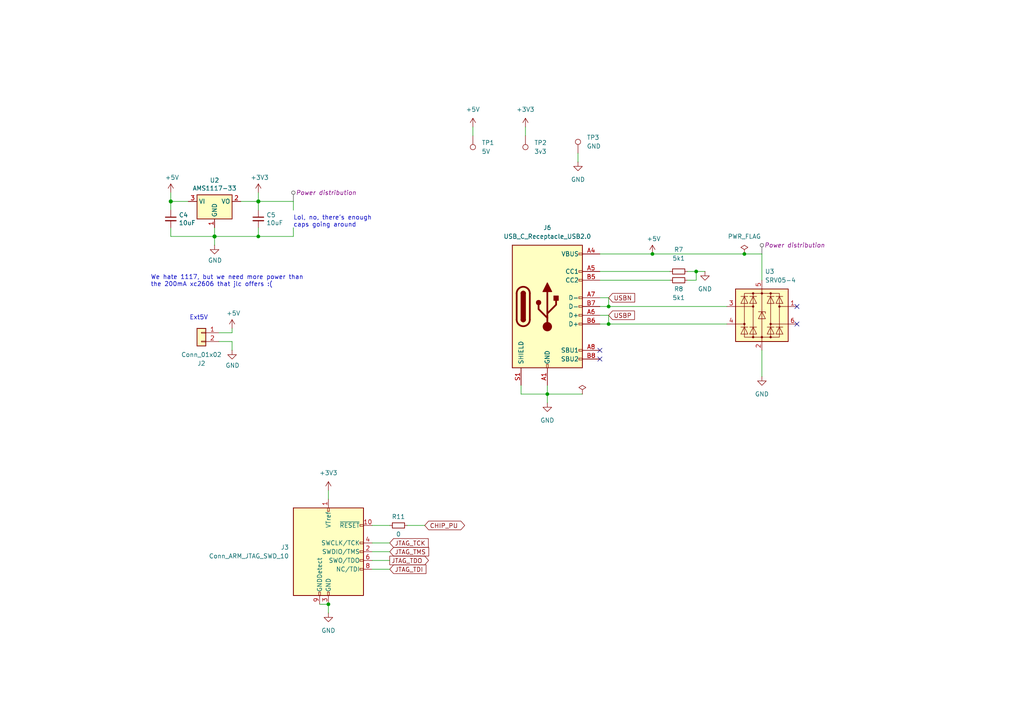
<source format=kicad_sch>
(kicad_sch (version 20231120) (generator "eeschema") (generator_version "8.0")
  (paper "A4")
  (lib_symbols
    (symbol "Connector:Conn_ARM_JTAG_SWD_10" (pin_names (offset 1.016))
      (property "Reference" "J" (at -2.54 16.51 0))
      (property "Value" "Conn_ARM_JTAG_SWD_10" (at -2.54 13.97 0))
      (symbol "Conn_ARM_JTAG_SWD_10_0_1"
        (rectangle (start -10.16 12.7) (end 10.16 -12.7) (stroke (width 0.254)) (fill (type background)))
        (rectangle (start -2.794 -12.7) (end -2.286 -11.684))
        (rectangle (start -0.254 -12.7) (end 0.254 -11.684))
        (rectangle (start -0.254 12.7) (end 0.254 11.684))
        (rectangle (start 9.144 2.286) (end 10.16 2.794))
        (rectangle (start 10.16 -2.794) (end 9.144 -2.286))
        (rectangle (start 10.16 -0.254) (end 9.144 0.254))
        (rectangle (start 10.16 7.874) (end 9.144 7.366))
      )
      (symbol "Conn_ARM_JTAG_SWD_10_1_1"
        (rectangle (start 9.144 -5.334) (end 10.16 -4.826))
        (pin power_in line (at 0 15.24 270) (length 2.54) (name "VTref") (number "1"))
        (pin open_collector line (at 12.7 7.62 180) (length 2.54) (name "~{RESET}") (number "10"))
        (pin bidirectional line (at 12.7 0 180) (length 2.54) (name "SWDIO/TMS") (number "2"))
        (pin power_in line (at 0 -15.24 90) (length 2.54) (name "GND") (number "3"))
        (pin output line (at 12.7 2.54 180) (length 2.54) (name "SWCLK/TCK") (number "4"))
        (pin passive line (at 0 -15.24 90) (length 2.54) hide (name "GND") (number "5"))
        (pin input line (at 12.7 -2.54 180) (length 2.54) (name "SWO/TDO") (number "6"))
        (pin no_connect line (at -10.16 0 0) (length 2.54) hide (name "KEY") (number "7"))
        (pin output line (at 12.7 -5.08 180) (length 2.54) (name "NC/TDI") (number "8"))
        (pin passive line (at -2.54 -15.24 90) (length 2.54) (name "GNDDetect") (number "9"))
      )
    )
    (symbol "Connector:TestPoint" (pin_numbers hide) (pin_names (offset 0.762) hide)
      (property "Reference" "TP" (at 0 6.858 0))
      (property "Value" "TestPoint" (at 0 5.08 0))
      (symbol "TestPoint_0_1"
        (circle (center 0 3.302) (radius 0.762))
      )
      (symbol "TestPoint_1_1"
        (pin passive line (at 0 0 90) (length 2.54) (name "1") (number "1"))
      )
    )
    (symbol "Connector:USB_C_Receptacle_USB2.0" (pin_names (offset 1.016))
      (property "Reference" "J" (at -10.16 19.05 0))
      (property "Value" "USB_C_Receptacle_USB2.0" (at 19.05 19.05 0))
      (symbol "USB_C_Receptacle_USB2.0_0_0"
        (rectangle (start -0.254 -17.78) (end 0.254 -16.764))
        (rectangle (start 10.16 -14.986) (end 9.144 -15.494))
        (rectangle (start 10.16 -12.446) (end 9.144 -12.954))
        (rectangle (start 10.16 -4.826) (end 9.144 -5.334))
        (rectangle (start 10.16 -2.286) (end 9.144 -2.794))
        (rectangle (start 10.16 0.254) (end 9.144 -0.254))
        (rectangle (start 10.16 2.794) (end 9.144 2.286))
        (rectangle (start 10.16 7.874) (end 9.144 7.366))
        (rectangle (start 10.16 10.414) (end 9.144 9.906))
        (rectangle (start 10.16 15.494) (end 9.144 14.986))
      )
      (symbol "USB_C_Receptacle_USB2.0_0_1"
        (rectangle (start -10.16 17.78) (end 10.16 -17.78) (stroke (width 0.254)) (fill (type background)))
        (arc (start -8.89 -3.81) (mid -6.985 -5.7067) (end -5.08 -3.81) (stroke (width 0.508)))
        (arc (start -7.62 -3.81) (mid -6.985 -4.4423) (end -6.35 -3.81) (stroke (width 0.254)))
        (arc (start -7.62 -3.81) (mid -6.985 -4.4423) (end -6.35 -3.81) (stroke (width 0.254)) (fill (type outline)))
        (rectangle (start -7.62 -3.81) (end -6.35 3.81) (stroke (width 0.254)) (fill (type outline)))
        (arc (start -6.35 3.81) (mid -6.985 4.4423) (end -7.62 3.81) (stroke (width 0.254)))
        (arc (start -6.35 3.81) (mid -6.985 4.4423) (end -7.62 3.81) (stroke (width 0.254)) (fill (type outline)))
        (arc (start -5.08 3.81) (mid -6.985 5.7067) (end -8.89 3.81) (stroke (width 0.508)))
        (circle (center -2.54 1.143) (radius 0.635) (stroke (width 0.254)) (fill (type outline)))
        (circle (center 0 -5.842) (radius 1.27) (fill (type outline)))
        (polyline (pts (xy -8.89 -3.81) (xy -8.89 3.81)) (stroke (width 0.508)))
        (polyline (pts (xy -5.08 3.81) (xy -5.08 -3.81)) (stroke (width 0.508)))
        (polyline (pts (xy 0 -5.842) (xy 0 4.318)) (stroke (width 0.508)))
        (polyline (pts (xy 0 -3.302) (xy -2.54 -0.762) (xy -2.54 0.508)) (stroke (width 0.508)))
        (polyline (pts (xy 0 -2.032) (xy 2.54 0.508) (xy 2.54 1.778)) (stroke (width 0.508)))
        (polyline (pts (xy -1.27 4.318) (xy 0 6.858) (xy 1.27 4.318) (xy -1.27 4.318)) (stroke (width 0.254)) (fill (type outline)))
        (rectangle (start 1.905 1.778) (end 3.175 3.048) (stroke (width 0.254)) (fill (type outline)))
      )
      (symbol "USB_C_Receptacle_USB2.0_1_1"
        (pin passive line (at 0 -22.86 90) (length 5.08) (name "GND") (number "A1"))
        (pin passive line (at 0 -22.86 90) (length 5.08) hide (name "GND") (number "A12"))
        (pin passive line (at 15.24 15.24 180) (length 5.08) (name "VBUS") (number "A4"))
        (pin bidirectional line (at 15.24 10.16 180) (length 5.08) (name "CC1") (number "A5"))
        (pin bidirectional line (at 15.24 -2.54 180) (length 5.08) (name "D+") (number "A6"))
        (pin bidirectional line (at 15.24 2.54 180) (length 5.08) (name "D-") (number "A7"))
        (pin bidirectional line (at 15.24 -12.7 180) (length 5.08) (name "SBU1") (number "A8"))
        (pin passive line (at 15.24 15.24 180) (length 5.08) hide (name "VBUS") (number "A9"))
        (pin passive line (at 0 -22.86 90) (length 5.08) hide (name "GND") (number "B1"))
        (pin passive line (at 0 -22.86 90) (length 5.08) hide (name "GND") (number "B12"))
        (pin passive line (at 15.24 15.24 180) (length 5.08) hide (name "VBUS") (number "B4"))
        (pin bidirectional line (at 15.24 7.62 180) (length 5.08) (name "CC2") (number "B5"))
        (pin bidirectional line (at 15.24 -5.08 180) (length 5.08) (name "D+") (number "B6"))
        (pin bidirectional line (at 15.24 0 180) (length 5.08) (name "D-") (number "B7"))
        (pin bidirectional line (at 15.24 -15.24 180) (length 5.08) (name "SBU2") (number "B8"))
        (pin passive line (at 15.24 15.24 180) (length 5.08) hide (name "VBUS") (number "B9"))
        (pin passive line (at -7.62 -22.86 90) (length 5.08) (name "SHIELD") (number "S1"))
      )
    )
    (symbol "Connector_Generic:Conn_01x02" (pin_names (offset 1.016) hide)
      (property "Reference" "J" (at 0 2.54 0))
      (property "Value" "Conn_01x02" (at 0 -5.08 0))
      (symbol "Conn_01x02_1_1"
        (rectangle (start -1.27 -2.413) (end 0 -2.667) (stroke (width 0.1524)))
        (rectangle (start -1.27 0.127) (end 0 -0.127) (stroke (width 0.1524)))
        (rectangle (start -1.27 1.27) (end 1.27 -3.81) (stroke (width 0.254)) (fill (type background)))
        (pin passive line (at -5.08 0 0) (length 3.81) (name "Pin_1") (number "1"))
        (pin passive line (at -5.08 -2.54 0) (length 3.81) (name "Pin_2") (number "2"))
      )
    )
    (symbol "Device:C_Small" (pin_numbers hide) (pin_names (offset 0.254) hide)
      (property "Reference" "C" (at 0.254 1.778 0))
      (property "Value" "C_Small" (at 0.254 -2.032 0))
      (symbol "C_Small_0_1"
        (polyline (pts (xy -1.524 -0.508) (xy 1.524 -0.508)) (stroke (width 0.3302)))
        (polyline (pts (xy -1.524 0.508) (xy 1.524 0.508)) (stroke (width 0.3048)))
      )
      (symbol "C_Small_1_1"
        (pin passive line (at 0 2.54 270) (length 2.032) (name "~") (number "1"))
        (pin passive line (at 0 -2.54 90) (length 2.032) (name "~") (number "2"))
      )
    )
    (symbol "Device:R_Small" (pin_numbers hide) (pin_names (offset 0.254) hide)
      (property "Reference" "R" (at 0.762 0.508 0))
      (property "Value" "R_Small" (at 0.762 -1.016 0))
      (symbol "R_Small_0_1"
        (rectangle (start -0.762 1.778) (end 0.762 -1.778) (stroke (width 0.2032)))
      )
      (symbol "R_Small_1_1"
        (pin passive line (at 0 2.54 270) (length 0.762) (name "~") (number "1"))
        (pin passive line (at 0 -2.54 90) (length 0.762) (name "~") (number "2"))
      )
    )
    (symbol "Regulator_Linear:AMS1117-3.3"
      (property "Reference" "U" (at -3.81 3.175 0))
      (property "Value" "AMS1117-3.3" (at 0 3.175 0))
      (symbol "AMS1117-3.3_0_1"
        (rectangle (start -5.08 -5.08) (end 5.08 1.905) (stroke (width 0.254)) (fill (type background)))
      )
      (symbol "AMS1117-3.3_1_1"
        (pin power_in line (at 0 -7.62 90) (length 2.54) (name "GND") (number "1"))
        (pin power_out line (at 7.62 0 180) (length 2.54) (name "VO") (number "2"))
        (pin power_in line (at -7.62 0 0) (length 2.54) (name "VI") (number "3"))
      )
    )
    (symbol "karl-parts:SRV05-4" (pin_names hide)
      (property "Reference" "U" (at 2.54 8.89 0))
      (property "Value" "SRV05-4" (at 2.54 -8.89 0))
      (symbol "SRV05-4_0_1"
        (rectangle (start -7.62 7.62) (end 7.62 -7.62) (stroke (width 0.254)) (fill (type background)))
        (circle (center -5.08 2.54) (radius 0.254) (fill (type outline)))
        (circle (center -2.54 -6.35) (radius 0.254) (fill (type outline)))
        (circle (center -2.54 -2.54) (radius 0.254) (fill (type outline)))
        (circle (center -2.54 6.35) (radius 0.254) (fill (type outline)))
        (rectangle (start -2.54 6.35) (end 2.54 -6.35))
        (circle (center 0 -6.35) (radius 0.254) (fill (type outline)))
        (polyline (pts (xy -5.08 2.54) (xy -7.62 2.54)))
        (polyline (pts (xy -4.064 -3.429) (xy -6.096 -3.429)))
        (polyline (pts (xy -4.064 5.461) (xy -6.096 5.461)))
        (polyline (pts (xy -2.54 -2.54) (xy -7.62 -2.54)))
        (polyline (pts (xy -1.524 -3.429) (xy -3.556 -3.429)))
        (polyline (pts (xy -1.524 5.461) (xy -3.556 5.461)))
        (polyline (pts (xy 0 -7.62) (xy 0 -6.35)))
        (polyline (pts (xy 0 -6.35) (xy 0 1.27)))
        (polyline (pts (xy 0 1.27) (xy 0 6.35)))
        (polyline (pts (xy 0 6.35) (xy 0 7.62)))
        (polyline (pts (xy 1.524 -3.429) (xy 3.556 -3.429)))
        (polyline (pts (xy 1.524 5.461) (xy 3.556 5.461)))
        (polyline (pts (xy 2.54 2.54) (xy 7.62 2.54)))
        (polyline (pts (xy 4.064 -3.429) (xy 6.096 -3.429)))
        (polyline (pts (xy 4.064 5.461) (xy 6.096 5.461)))
        (polyline (pts (xy 5.08 -2.54) (xy 7.62 -2.54)))
        (polyline (pts (xy -6.096 -5.461) (xy -4.064 -5.461) (xy -5.08 -3.429) (xy -6.096 -5.461)))
        (polyline (pts (xy -6.096 3.429) (xy -4.064 3.429) (xy -5.08 5.461) (xy -6.096 3.429)))
        (polyline (pts (xy -3.556 -5.461) (xy -1.524 -5.461) (xy -2.54 -3.429) (xy -3.556 -5.461)))
        (polyline (pts (xy -3.556 3.429) (xy -1.524 3.429) (xy -2.54 5.461) (xy -3.556 3.429)))
        (polyline (pts (xy -2.54 6.35) (xy -5.08 6.35) (xy -5.08 -6.35) (xy -2.54 -6.35)))
        (polyline (pts (xy -1.016 -1.016) (xy 1.016 -1.016) (xy 0 1.016) (xy -1.016 -1.016)))
        (polyline (pts (xy 1.016 1.016) (xy 0.762 1.016) (xy -1.016 1.016) (xy -1.016 0.508)))
        (polyline (pts (xy 2.54 6.35) (xy 5.08 6.35) (xy 5.08 -6.35) (xy 2.54 -6.35)))
        (polyline (pts (xy 3.556 -5.461) (xy 1.524 -5.461) (xy 2.54 -3.429) (xy 3.556 -5.461)))
        (polyline (pts (xy 3.556 3.429) (xy 1.524 3.429) (xy 2.54 5.461) (xy 3.556 3.429)))
        (polyline (pts (xy 6.096 -5.461) (xy 4.064 -5.461) (xy 5.08 -3.429) (xy 6.096 -5.461)))
        (polyline (pts (xy 6.096 3.429) (xy 4.064 3.429) (xy 5.08 5.461) (xy 6.096 3.429)))
        (circle (center 0 6.35) (radius 0.254) (fill (type outline)))
        (circle (center 2.54 -6.35) (radius 0.254) (fill (type outline)))
        (circle (center 2.54 2.54) (radius 0.254) (fill (type outline)))
        (circle (center 2.54 6.35) (radius 0.254) (fill (type outline)))
        (circle (center 5.08 -2.54) (radius 0.254) (fill (type outline)))
      )
      (symbol "SRV05-4_1_1"
        (pin passive line (at -10.16 2.54 0) (length 2.54) (name "I/O1") (number "1"))
        (pin passive line (at 0 -10.16 90) (length 2.54) (name "GND") (number "2"))
        (pin passive line (at 10.16 2.54 180) (length 2.54) (name "I/O2") (number "3"))
        (pin passive line (at 10.16 -2.54 180) (length 2.54) (name "I/O3") (number "4"))
        (pin passive line (at 0 10.16 270) (length 2.54) (name "VBUS") (number "5"))
        (pin passive line (at -10.16 -2.54 0) (length 2.54) (name "I/O4") (number "6"))
      )
    )
    (symbol "power:+3V3" (power) (pin_names (offset 0))
      (property "Value" "+3V3" (at 0 3.556 0))
      (symbol "+3V3_0_1"
        (polyline (pts (xy -0.762 1.27) (xy 0 2.54)))
        (polyline (pts (xy 0 0) (xy 0 2.54)))
        (polyline (pts (xy 0 2.54) (xy 0.762 1.27)))
      )
      (symbol "+3V3_1_1"
        (pin power_in line (at 0 0 90) (length 0) hide (name "+3V3") (number "1"))
      )
    )
    (symbol "power:+5V" (power) (pin_names (offset 0))
      (property "Value" "+5V" (at 0 3.556 0))
      (symbol "+5V_0_1"
        (polyline (pts (xy -0.762 1.27) (xy 0 2.54)))
        (polyline (pts (xy 0 0) (xy 0 2.54)))
        (polyline (pts (xy 0 2.54) (xy 0.762 1.27)))
      )
      (symbol "+5V_1_1"
        (pin power_in line (at 0 0 90) (length 0) hide (name "+5V") (number "1"))
      )
    )
    (symbol "power:GND" (power) (pin_numbers hide) (pin_names (offset 0) hide)
      (property "Value" "GND" (at 0 -3.81 0))
      (symbol "GND_0_1"
        (polyline (pts (xy 0 0) (xy 0 -1.27) (xy 1.27 -1.27) (xy 0 -2.54) (xy -1.27 -1.27) (xy 0 -1.27)))
      )
      (symbol "GND_1_1"
        (pin power_in line (at 0 0 270) (length 0) (name "~") (number "1"))
      )
    )
    (symbol "power:PWR_FLAG" (power) (pin_numbers hide) (pin_names (offset 0) hide)
      (property "Value" "PWR_FLAG" (at 0 3.81 0))
      (symbol "PWR_FLAG_0_0"
        (pin power_out line (at 0 0 90) (length 0) (name "pwr") (number "1"))
      )
      (symbol "PWR_FLAG_0_1"
        (polyline (pts (xy 0 0) (xy 0 1.27) (xy -1.016 1.905) (xy 0 2.54) (xy 1.016 1.905) (xy 0 1.27)))
      )
    )
  )
  (junction (at 74.93 68.58))
  (junction (at 176.53 93.98))
  (junction (at 74.93 58.42) (diameter 1.016))
  (junction (at 49.53 58.42) (diameter 1.016))
  (junction (at 95.25 175.26))
  (junction (at 158.75 114.3))
  (junction (at 215.9 73.66))
  (junction (at 189.23 73.66))
  (junction (at 176.53 88.9))
  (junction (at 62.23 68.58) (diameter 1.016))
  (junction (at 201.93 78.74))
  (no_connect (at 173.99 104.14))
  (no_connect (at 231.14 93.98))
  (no_connect (at 173.99 101.6))
  (no_connect (at 231.14 88.9))
  (wire (pts (xy 95.25 175.26) (xy 95.25 177.8)))
  (wire (pts (xy 113.03 160.02) (xy 107.95 160.02)))
  (wire (pts (xy 85.09 60.96) (xy 85.09 58.42)))
  (wire (pts (xy 176.53 93.98) (xy 176.53 91.44)))
  (wire (pts (xy 63.5 96.52) (xy 67.31 96.52)))
  (wire (pts (xy 201.93 78.74) (xy 199.39 78.74)))
  (wire (pts (xy 85.09 68.58) (xy 74.93 68.58)))
  (wire (pts (xy 67.31 99.06) (xy 67.31 101.6)))
  (wire (pts (xy 49.53 58.42) (xy 49.53 60.96)))
  (wire (pts (xy 176.53 93.98) (xy 210.82 93.98)))
  (wire (pts (xy 67.31 96.52) (xy 67.31 95.25)))
  (wire (pts (xy 204.47 78.74) (xy 201.93 78.74)))
  (wire (pts (xy 158.75 114.3) (xy 158.75 116.84)))
  (wire (pts (xy 201.93 81.28) (xy 201.93 78.74)))
  (wire (pts (xy 176.53 88.9) (xy 210.82 88.9)))
  (wire (pts (xy 152.4 36.83) (xy 152.4 39.37)))
  (wire (pts (xy 69.85 58.42) (xy 74.93 58.42)))
  (wire (pts (xy 173.99 88.9) (xy 176.53 88.9)))
  (wire (pts (xy 74.93 68.58) (xy 74.93 66.04)))
  (wire (pts (xy 85.09 66.04) (xy 85.09 68.58)))
  (wire (pts (xy 49.53 55.88) (xy 49.53 58.42)))
  (wire (pts (xy 92.71 175.26) (xy 95.25 175.26)))
  (wire (pts (xy 62.23 68.58) (xy 74.93 68.58)))
  (wire (pts (xy 107.95 152.4) (xy 113.03 152.4)))
  (wire (pts (xy 215.9 73.66) (xy 220.98 73.66)))
  (wire (pts (xy 113.03 157.48) (xy 107.95 157.48)))
  (wire (pts (xy 173.99 78.74) (xy 194.31 78.74)))
  (wire (pts (xy 85.09 58.42) (xy 74.93 58.42)))
  (wire (pts (xy 63.5 99.06) (xy 67.31 99.06)))
  (wire (pts (xy 49.53 58.42) (xy 54.61 58.42)))
  (wire (pts (xy 49.53 68.58) (xy 62.23 68.58)))
  (wire (pts (xy 173.99 91.44) (xy 176.53 91.44)))
  (wire (pts (xy 173.99 81.28) (xy 194.31 81.28)))
  (wire (pts (xy 220.98 101.6) (xy 220.98 109.22)))
  (wire (pts (xy 173.99 93.98) (xy 176.53 93.98)))
  (wire (pts (xy 176.53 86.36) (xy 176.53 88.9)))
  (wire (pts (xy 49.53 66.04) (xy 49.53 68.58)))
  (wire (pts (xy 107.95 165.1) (xy 113.03 165.1)))
  (wire (pts (xy 113.03 162.56) (xy 107.95 162.56)))
  (wire (pts (xy 158.75 111.76) (xy 158.75 114.3)))
  (wire (pts (xy 62.23 68.58) (xy 62.23 71.12)))
  (wire (pts (xy 137.16 36.83) (xy 137.16 39.37)))
  (wire (pts (xy 62.23 66.04) (xy 62.23 68.58)))
  (wire (pts (xy 167.64 44.45) (xy 167.64 46.99)))
  (wire (pts (xy 220.98 73.66) (xy 220.98 81.28)))
  (wire (pts (xy 173.99 73.66) (xy 189.23 73.66)))
  (wire (pts (xy 74.93 58.42) (xy 74.93 60.96)))
  (wire (pts (xy 158.75 114.3) (xy 168.91 114.3)))
  (wire (pts (xy 95.25 142.24) (xy 95.25 144.78)))
  (wire (pts (xy 173.99 86.36) (xy 176.53 86.36)))
  (wire (pts (xy 199.39 81.28) (xy 201.93 81.28)))
  (wire (pts (xy 74.93 58.42) (xy 74.93 55.88)))
  (wire (pts (xy 189.23 73.66) (xy 215.9 73.66)))
  (wire (pts (xy 118.11 152.4) (xy 123.19 152.4)))
  (wire (pts (xy 151.13 111.76) (xy 151.13 114.3)))
  (wire (pts (xy 151.13 114.3) (xy 158.75 114.3)))
  (text "Ext5V" (at 57.658 92.202 0) (effects (font (size 1.27 1.27))))
  (text "We hate 1117, but we need more power than\nthe 200mA xc2606 that jlc offers :(" (at 43.688 81.534 0) (effects (font (size 1.27 1.27)) (justify left)))
  (text "Lol, no, there's enough\ncaps going around" (at 85.09 66.04 0) (effects (font (size 1.27 1.27)) (justify left bottom)))
  (global_label "JTAG_TDO" (shape output) (at 113.03 162.56 0) (property "Intersheetrefs" "${INTERSHEET_REFS}" (effects (hide yes))))
  (global_label "JTAG_TCK" (shape input) (at 113.03 157.48 0) (property "Intersheetrefs" "${INTERSHEET_REFS}" (effects (hide yes))))
  (global_label "JTAG_TMS" (shape input) (at 113.03 160.02 0) (property "Intersheetrefs" "${INTERSHEET_REFS}" (effects (hide yes))))
  (global_label "USBN" (shape input) (at 176.53 86.36 0) (property "Intersheetrefs" "${INTERSHEET_REFS}" (effects (hide yes))))
  (global_label "USBP" (shape input) (at 176.53 91.44 0) (property "Intersheetrefs" "${INTERSHEET_REFS}" (effects (hide yes))))
  (global_label "JTAG_TDI" (shape input) (at 113.03 165.1 0) (property "Intersheetrefs" "${INTERSHEET_REFS}" (effects (hide yes))))
  (global_label "CHIP_PU" (shape bidirectional) (at 123.19 152.4 0) (property "Intersheetrefs" "${INTERSHEET_REFS}" (effects (hide yes))))
  (netclass_flag "" (length 2.54) (shape round) (at 85.09 58.42 0) (property "Netclass" "Power distribution" (at 85.7885 55.88 0) (effects (font (italic yes)) (justify left))))
  (netclass_flag "" (length 2.54) (shape round) (at 220.98 73.66 0) (property "Netclass" "Power distribution" (at 221.6785 71.12 0) (effects (font (italic yes)) (justify left))))
  (symbol (lib_id "power:+3V3") (at 152.4 36.83 0) (unit 1)
    (property "Reference" "#PWR015" (effects (hide yes)))
    (property "Value" "+3V3" (at 152.4 31.75 0))
  )
  (symbol (lib_id "power:+5V") (at 189.23 73.66 0) (unit 1)
    (property "Reference" "#PWR023" (effects (hide yes)))
    (property "Value" "+5V" (at 189.611 69.2658 0))
  )
  (symbol (lib_id "Device:C_Small") (at 74.93 63.5 0) (unit 1)
    (property "Reference" "C5" (at 77.2668 62.357 0) (effects (justify left)))
    (property "Value" "10uF" (at 77.2414 64.643 0) (effects (justify left)))
    (property "Footprint" "Capacitor_SMD:C_0805_2012Metric" (effects (hide yes)))
    (property "MPN" "CL21A106KAYNNNE" (effects (hide yes)))
    (property "lcsc#" "C15850" (effects (hide yes)))
    (property "jlc-basic" "1" (effects (hide yes)))
  )
  (symbol (lib_id "Connector:TestPoint") (at 152.4 39.37 180) (unit 1) (in_bom no)
    (property "Reference" "TP2" (at 154.94 41.402 0) (effects (justify right)))
    (property "Value" "3v3" (at 154.94 43.942 0) (effects (justify right)))
    (property "Footprint" "TestPoint:TestPoint_THTPad_D1.5mm_Drill0.7mm" (effects (hide yes)))
  )
  (symbol (lib_id "Device:C_Small") (at 49.53 63.5 0) (unit 1)
    (property "Reference" "C4" (at 51.8668 62.357 0) (effects (justify left)))
    (property "Value" "10uF" (at 51.8414 64.643 0) (effects (justify left)))
    (property "Footprint" "Capacitor_SMD:C_0805_2012Metric" (effects (hide yes)))
    (property "MPN" "CL21A106KAYNNNE" (effects (hide yes)))
    (property "lcsc#" "C15850" (effects (hide yes)))
    (property "jlc-basic" "1" (effects (hide yes)))
  )
  (symbol (lib_id "power:+5V") (at 49.53 55.88 0) (unit 1)
    (property "Reference" "#PWR010" (effects (hide yes)))
    (property "Value" "+5V" (at 49.911 51.4858 0))
  )
  (symbol (lib_id "power:+5V") (at 67.31 95.25 0) (unit 1)
    (property "Reference" "#PWR012" (effects (hide yes)))
    (property "Value" "+5V" (at 67.691 90.8558 0))
  )
  (symbol (lib_id "Connector:Conn_ARM_JTAG_SWD_10") (at 95.25 160.02 0) (unit 1)
    (property "Reference" "J3" (at 83.82 158.75 0) (effects (justify right)))
    (property "Value" "Conn_ARM_JTAG_SWD_10" (at 83.82 161.29 0) (effects (justify right)))
    (property "Footprint" "Connector_PinHeader_1.27mm:PinHeader_2x05_P1.27mm_Vertical_SMD" (effects (hide yes)))
    (property "Datasheet" "http://infocenter.arm.com/help/topic/com.arm.doc.ddi0314h/DDI0314H_coresight_components_trm.pdf" (effects (hide yes)))
    (property "MPN" "HB-PH9-12725PB2GOB" (effects (hide yes)))
    (property "lcsc#" "C6332249" (effects (hide yes)))
  )
  (symbol (lib_id "Device:R_Small") (at 196.85 81.28 90) (unit 1)
    (property "Reference" "R8" (at 196.85 83.82 90))
    (property "Value" "5k1" (at 196.85 86.36 90))
    (property "Footprint" "Resistor_SMD:R_0603_1608Metric" (effects (hide yes)))
    (property "lcsc#" "C23186" (effects (hide yes)))
    (property "MPN" "0603WAF5101T5E" (effects (hide yes)))
    (property "jlc-basic" "1" (effects (hide yes)))
    (property "jlcbasic" "basic" (effects (hide yes)))
  )
  (symbol (lib_id "Connector_Generic:Conn_01x02") (at 58.42 96.52 0) (mirror y) (unit 1)
    (property "Reference" "J2" (at 58.42 105.41 0))
    (property "Value" "Conn_01x02" (at 58.42 102.87 0))
    (property "Footprint" "Connector_Phoenix_MC:PhoenixContact_MC_1,5_2-G-3.5_1x02_P3.50mm_Horizontal" (effects (hide yes)))
    (property "Description" "Generic connector, single row, 01x02, script generated (kicad-library-utils/schlib/autogen/connector/)" (effects (hide yes)))
  )
  (symbol (lib_id "Device:R_Small") (at 115.57 152.4 270) (unit 1)
    (property "Reference" "R11" (at 115.57 149.86 90))
    (property "Value" "0" (at 115.57 154.94 90))
    (property "Footprint" "Resistor_SMD:R_0603_1608Metric" (effects (hide yes)))
    (property "MPN" "0603WAF0000T5E" (effects (hide yes)))
    (property "jlc-basic" "1" (effects (hide yes)))
    (property "lcsc#" "C21189" (effects (hide yes)))
  )
  (symbol (lib_id "Connector:USB_C_Receptacle_USB2.0") (at 158.75 88.9 0) (unit 1)
    (property "Reference" "J6" (at 158.75 66.04 0))
    (property "Value" "USB_C_Receptacle_USB2.0" (at 158.75 68.58 0))
    (property "Footprint" "Connector_USB:USB_C_Receptacle_GCT_USB4105-xx-A_16P_TopMnt_Horizontal" (effects (hide yes)))
    (property "Datasheet" "https://www.usb.org/sites/default/files/documents/usb_type-c.zip" (effects (hide yes)))
    (property "lcsc#" "C2927038" (effects (hide yes)))
    (property "MPN" "USB-TYPE-C-018" (effects (hide yes)))
    (property "jlc-basic" "0" (effects (hide yes)))
  )
  (symbol (lib_id "Connector:TestPoint") (at 167.64 44.45 0) (unit 1) (in_bom no)
    (property "Reference" "TP3" (at 170.18 39.878 0) (effects (justify left)))
    (property "Value" "GND" (at 170.18 42.418 0) (effects (justify left)))
    (property "Footprint" "TestPoint:TestPoint_THTPad_D1.5mm_Drill0.7mm" (effects (hide yes)))
  )
  (symbol (lib_id "power:PWR_FLAG") (at 168.91 114.3 0) (unit 1)
    (property "Reference" "#FLG01" (effects (hide yes)))
    (property "Value" "PWR_FLAG" (effects (hide yes)))
  )
  (symbol (lib_id "power:GND") (at 220.98 109.22 0) (unit 1)
    (property "Reference" "#PWR031" (effects (hide yes)))
    (property "Value" "GND" (at 220.98 114.3 0))
  )
  (symbol (lib_id "power:+3V3") (at 95.25 142.24 0) (unit 1)
    (property "Reference" "#PWR017" (effects (hide yes)))
    (property "Value" "+3V3" (at 95.25 137.16 0))
  )
  (symbol (lib_id "karl-parts:SRV05-4") (at 220.98 91.44 0) (mirror y) (unit 1)
    (property "Reference" "U3" (at 221.8689 78.74 0) (effects (justify right)))
    (property "Value" "SRV05-4" (at 221.8689 81.28 0) (effects (justify right)))
    (property "Footprint" "Package_TO_SOT_SMD:SOT-23-6" (effects (hide yes)))
    (property "Datasheet" "http://www.onsemi.com/pub/Collateral/SRV05-4-D.PDF" (effects (hide yes)))
    (property "lcsc#" "C7420376" (effects (hide yes)))
    (property "jlc-basic" "1" (effects (hide yes)))
    (property "lcsc2#" "C85364" (effects (hide yes)))
    (property "jlcbasic" "basic" (effects (hide yes)))
    (property "MPN" " SRV05-4" (effects (hide yes)))
  )
  (symbol (lib_id "Connector:TestPoint") (at 137.16 39.37 180) (unit 1) (in_bom no)
    (property "Reference" "TP1" (at 139.7 41.402 0) (effects (justify right)))
    (property "Value" "5V" (at 139.7 43.942 0) (effects (justify right)))
    (property "Footprint" "TestPoint:TestPoint_THTPad_D1.5mm_Drill0.7mm" (effects (hide yes)))
  )
  (symbol (lib_id "Device:R_Small") (at 196.85 78.74 90) (unit 1)
    (property "Reference" "R7" (at 196.85 72.39 90))
    (property "Value" "5k1" (at 196.85 74.93 90))
    (property "Footprint" "Resistor_SMD:R_0603_1608Metric" (effects (hide yes)))
    (property "lcsc#" "C23186" (effects (hide yes)))
    (property "MPN" "0603WAF5101T5E" (effects (hide yes)))
    (property "jlc-basic" "1" (effects (hide yes)))
    (property "jlcbasic" "basic" (effects (hide yes)))
  )
  (symbol (lib_id "power:GND") (at 158.75 116.84 0) (unit 1)
    (property "Reference" "#PWR022" (effects (hide yes)))
    (property "Value" "GND" (at 158.75 121.92 0))
  )
  (symbol (lib_id "power:GND") (at 62.23 71.12 0) (unit 1)
    (property "Reference" "#PWR011" (effects (hide yes)))
    (property "Value" "GND" (at 62.357 75.5142 0))
  )
  (symbol (lib_id "power:PWR_FLAG") (at 215.9 73.66 0) (unit 1)
    (property "Reference" "#FLG02" (effects (hide yes)))
    (property "Value" "PWR_FLAG" (at 215.9 68.58 0))
  )
  (symbol (lib_id "power:GND") (at 167.64 46.99 0) (unit 1)
    (property "Reference" "#PWR016" (effects (hide yes)))
    (property "Value" "GND" (at 167.64 52.07 0))
  )
  (symbol (lib_id "power:+3V3") (at 74.93 55.88 0) (unit 1)
    (property "Reference" "#PWR021" (effects (hide yes)))
    (property "Value" "+3V3" (at 75.311 51.4858 0))
  )
  (symbol (lib_id "Regulator_Linear:AMS1117-3.3") (at 62.23 58.42 0) (unit 1)
    (property "Reference" "U2" (at 62.23 52.2986 0))
    (property "Value" "AMS1117-33" (at 62.23 54.61 0))
    (property "Footprint" "Package_TO_SOT_SMD:SOT-223-3_TabPin2" (effects (hide yes)))
    (property "Datasheet" "http://www.advanced-monolithic.com/pdf/ds1117.pdf" (effects (hide yes)))
    (property "MPN" "AMS1117-33" (effects (hide yes)))
    (property "jlc-basic" "1" (effects (hide yes)))
    (property "lcsc#" "C6186" (effects (hide yes)))
  )
  (symbol (lib_id "power:+5V") (at 137.16 36.83 0) (unit 1)
    (property "Reference" "#PWR014" (effects (hide yes)))
    (property "Value" "+5V" (at 137.16 31.75 0))
  )
  (symbol (lib_id "power:GND") (at 95.25 177.8 0) (unit 1)
    (property "Reference" "#PWR018" (effects (hide yes)))
    (property "Value" "GND" (at 95.25 182.88 0))
  )
  (symbol (lib_id "power:GND") (at 204.47 78.74 0) (unit 1)
    (property "Reference" "#PWR030" (effects (hide yes)))
    (property "Value" "GND" (at 204.47 83.82 0))
  )
  (symbol (lib_id "power:GND") (at 67.31 101.6 0) (unit 1)
    (property "Reference" "#PWR013" (effects (hide yes)))
    (property "Value" "GND" (at 67.437 105.9942 0))
  )
)
</source>
